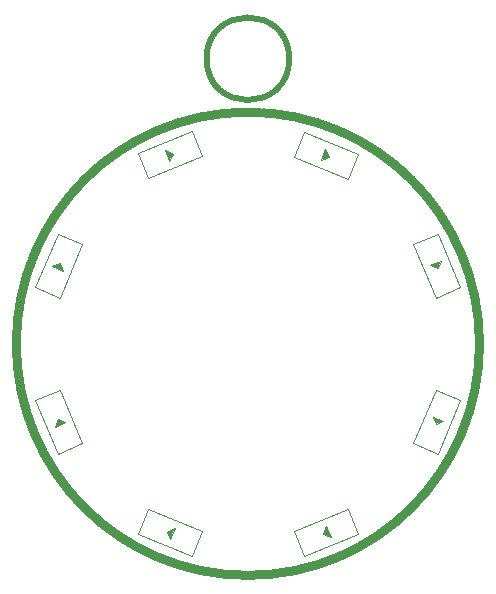
<source format=gto>
G04 #@! TF.GenerationSoftware,KiCad,Pcbnew,(5.1.5)-3*
G04 #@! TF.CreationDate,2019-12-29T19:03:19-08:00*
G04 #@! TF.ProjectId,ruddblink,72756464-626c-4696-9e6b-2e6b69636164,A*
G04 #@! TF.SameCoordinates,Original*
G04 #@! TF.FileFunction,Legend,Top*
G04 #@! TF.FilePolarity,Positive*
%FSLAX46Y46*%
G04 Gerber Fmt 4.6, Leading zero omitted, Abs format (unit mm)*
G04 Created by KiCad (PCBNEW (5.1.5)-3) date 2019-12-29 19:03:19*
%MOMM*%
%LPD*%
G04 APERTURE LIST*
%ADD10C,0.762000*%
%ADD11C,0.508000*%
%ADD12C,0.100000*%
%ADD13C,0.120000*%
G04 APERTURE END LIST*
D10*
X161848800Y-114300000D02*
G75*
G03X161848800Y-114300000I-19608800J0D01*
G01*
D11*
X145740000Y-90170000D02*
G75*
G03X145740000Y-90170000I-3500000J0D01*
G01*
D12*
G36*
X135866970Y-98202329D02*
G01*
X135596372Y-98855611D01*
X135213688Y-97931731D01*
X135866970Y-98202329D01*
G37*
X135866970Y-98202329D02*
X135596372Y-98855611D01*
X135213688Y-97931731D01*
X135866970Y-98202329D01*
D13*
X133797602Y-100288005D02*
X132928911Y-98190798D01*
X137474398Y-96307995D02*
X132928911Y-98190798D01*
X138343089Y-98405202D02*
X137474398Y-96307995D01*
X133797602Y-100288005D02*
X138343089Y-98405202D01*
D12*
G36*
X126333671Y-107465030D02*
G01*
X126604269Y-108118312D01*
X125680389Y-107735628D01*
X126333671Y-107465030D01*
G37*
X126333671Y-107465030D02*
X126604269Y-108118312D01*
X125680389Y-107735628D01*
X126333671Y-107465030D01*
D13*
X126345202Y-110403089D02*
X124247995Y-109534398D01*
X126130798Y-104988911D02*
X124247995Y-109534398D01*
X128228005Y-105857602D02*
X126130798Y-104988911D01*
X126345202Y-110403089D02*
X128228005Y-105857602D01*
D12*
G36*
X126142329Y-120673030D02*
G01*
X126795611Y-120943628D01*
X125871731Y-121326312D01*
X126142329Y-120673030D01*
G37*
X126142329Y-120673030D02*
X126795611Y-120943628D01*
X125871731Y-121326312D01*
X126142329Y-120673030D01*
D13*
X128228005Y-122742398D02*
X126130798Y-123611089D01*
X124247995Y-119065602D02*
X126130798Y-123611089D01*
X126345202Y-118196911D02*
X124247995Y-119065602D01*
X128228005Y-122742398D02*
X126345202Y-118196911D01*
D12*
G36*
X135405030Y-130206329D02*
G01*
X136058312Y-129935731D01*
X135675628Y-130859611D01*
X135405030Y-130206329D01*
G37*
X135405030Y-130206329D02*
X136058312Y-129935731D01*
X135675628Y-130859611D01*
X135405030Y-130206329D01*
D13*
X138343089Y-130194798D02*
X137474398Y-132292005D01*
X132928911Y-130409202D02*
X137474398Y-132292005D01*
X133797602Y-128311995D02*
X132928911Y-130409202D01*
X138343089Y-130194798D02*
X133797602Y-128311995D01*
D12*
G36*
X148613030Y-130397671D02*
G01*
X148883628Y-129744389D01*
X149266312Y-130668269D01*
X148613030Y-130397671D01*
G37*
X148613030Y-130397671D02*
X148883628Y-129744389D01*
X149266312Y-130668269D01*
X148613030Y-130397671D01*
D13*
X150682398Y-128311995D02*
X151551089Y-130409202D01*
X147005602Y-132292005D02*
X151551089Y-130409202D01*
X146136911Y-130194798D02*
X147005602Y-132292005D01*
X150682398Y-128311995D02*
X146136911Y-130194798D01*
D12*
G36*
X158146329Y-121134970D02*
G01*
X157875731Y-120481688D01*
X158799611Y-120864372D01*
X158146329Y-121134970D01*
G37*
X158146329Y-121134970D02*
X157875731Y-120481688D01*
X158799611Y-120864372D01*
X158146329Y-121134970D01*
D13*
X158134798Y-118196911D02*
X160232005Y-119065602D01*
X158349202Y-123611089D02*
X160232005Y-119065602D01*
X156251995Y-122742398D02*
X158349202Y-123611089D01*
X158134798Y-118196911D02*
X156251995Y-122742398D01*
D12*
G36*
X158337671Y-107926970D02*
G01*
X157684389Y-107656372D01*
X158608269Y-107273688D01*
X158337671Y-107926970D01*
G37*
X158337671Y-107926970D02*
X157684389Y-107656372D01*
X158608269Y-107273688D01*
X158337671Y-107926970D01*
D13*
X156251995Y-105857602D02*
X158349202Y-104988911D01*
X160232005Y-109534398D02*
X158349202Y-104988911D01*
X158134798Y-110403089D02*
X160232005Y-109534398D01*
X156251995Y-105857602D02*
X158134798Y-110403089D01*
D12*
G36*
X149074970Y-98454913D02*
G01*
X148421688Y-98725511D01*
X148804372Y-97801631D01*
X149074970Y-98454913D01*
G37*
X149074970Y-98454913D02*
X148421688Y-98725511D01*
X148804372Y-97801631D01*
X149074970Y-98454913D01*
D13*
X146136911Y-98466444D02*
X147005602Y-96369237D01*
X151551089Y-98252040D02*
X147005602Y-96369237D01*
X150682398Y-100349247D02*
X151551089Y-98252040D01*
X146136911Y-98466444D02*
X150682398Y-100349247D01*
M02*

</source>
